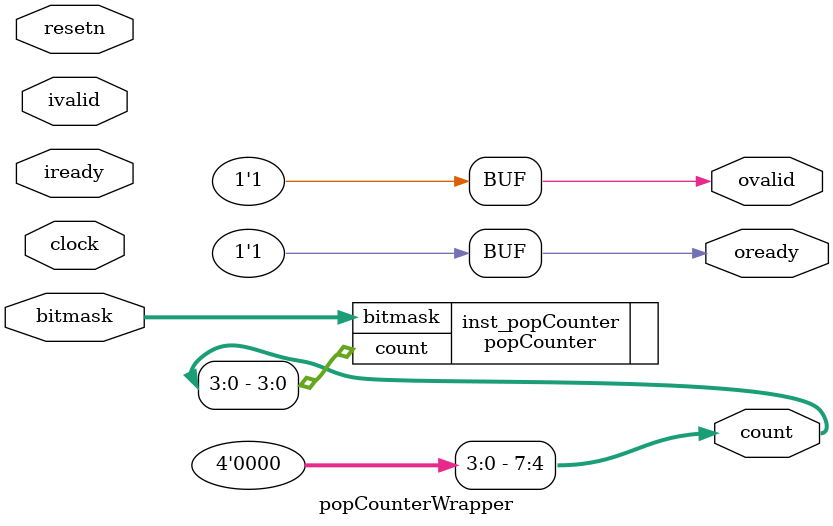
<source format=v>
module popCounterWrapper (
		input   wire clock,
		input   wire resetn,
		input   wire ivalid, 
		input   wire iready,
		output  wire ovalid, 
		output  wire oready,

		input wire [7:0] bitmask,

		output wire [7:0] count
	);

	assign {ovalid, oready} = 2'b11;

	assign count [7:4] = 4'b0000;
	popCounter #(.BITMASK_LENGTH(8), .BITWIDTH_OUTPUT(4))
	inst_popCounter (.bitmask(bitmask), .count(count[3:0]));

endmodule
</source>
